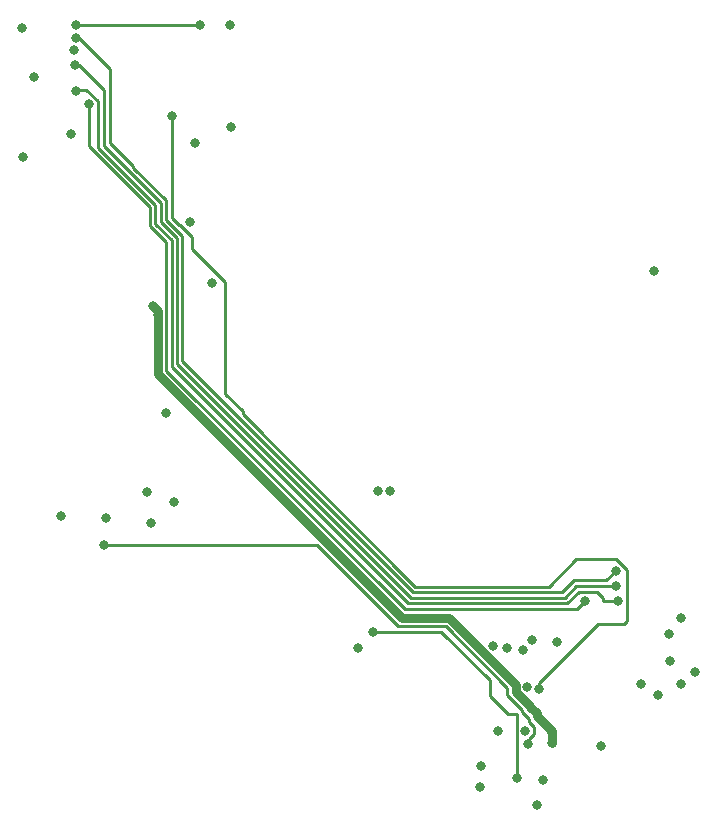
<source format=gbr>
G04 #@! TF.GenerationSoftware,KiCad,Pcbnew,8.0.8+dfsg-1*
G04 #@! TF.CreationDate,2025-03-16T16:51:26-04:00*
G04 #@! TF.ProjectId,RUST_Daughterboard,52555354-5f44-4617-9567-68746572626f,rev?*
G04 #@! TF.SameCoordinates,Original*
G04 #@! TF.FileFunction,Copper,L2,Inr*
G04 #@! TF.FilePolarity,Positive*
%FSLAX46Y46*%
G04 Gerber Fmt 4.6, Leading zero omitted, Abs format (unit mm)*
G04 Created by KiCad (PCBNEW 8.0.8+dfsg-1) date 2025-03-16 16:51:26*
%MOMM*%
%LPD*%
G01*
G04 APERTURE LIST*
G04 #@! TA.AperFunction,ViaPad*
%ADD10C,0.800000*%
G04 #@! TD*
G04 #@! TA.AperFunction,Conductor*
%ADD11C,0.250000*%
G04 #@! TD*
G04 #@! TA.AperFunction,Conductor*
%ADD12C,0.750000*%
G04 #@! TD*
G04 APERTURE END LIST*
D10*
X159132660Y-135507340D03*
X124723699Y-73134294D03*
X133200000Y-111400000D03*
X120300000Y-71300000D03*
X134512299Y-87737701D03*
X176100000Y-126800000D03*
X132500000Y-103900000D03*
X165600000Y-123300000D03*
X148800000Y-123800000D03*
X160600000Y-130800000D03*
X172700000Y-126800000D03*
X130900000Y-110600000D03*
X127400000Y-112800000D03*
X123600000Y-112600000D03*
X150500000Y-110500000D03*
X151500000Y-110500000D03*
X120396006Y-82200000D03*
X174149991Y-127749991D03*
X162924500Y-130769253D03*
X161400000Y-123800000D03*
X175200000Y-124900000D03*
X163100633Y-127097547D03*
X160200000Y-123600000D03*
X177300000Y-125800000D03*
X136400000Y-92900000D03*
X138000000Y-79700000D03*
X121300000Y-75400000D03*
X169300000Y-132100000D03*
X159200000Y-133800000D03*
X137900000Y-71000000D03*
X170650000Y-118550000D03*
X124800000Y-74400000D03*
X124909034Y-72152125D03*
X170600000Y-117250000D03*
X133000000Y-78750000D03*
X164083366Y-127279866D03*
X124900000Y-76600000D03*
X170800000Y-119750000D03*
X126000000Y-77750000D03*
X168000000Y-119800000D03*
X163500000Y-123100000D03*
X176100000Y-121200000D03*
X164400000Y-134974990D03*
X127275000Y-115050000D03*
X163200000Y-131900000D03*
X163900000Y-137025010D03*
X131200000Y-113200000D03*
X150000000Y-122400000D03*
X162200000Y-134800000D03*
X165201292Y-131775010D03*
X131400000Y-94800000D03*
X131826000Y-95600000D03*
X165201292Y-131001292D03*
X173850000Y-91850000D03*
X162775000Y-123900000D03*
X175124500Y-122600000D03*
X135400000Y-71000000D03*
X124900000Y-71000000D03*
X124500000Y-80250000D03*
X135000000Y-81000000D03*
D11*
X133449551Y-99699551D02*
X153250000Y-119500000D01*
X127250000Y-81260718D02*
X132050480Y-86061198D01*
X127250000Y-76500000D02*
X127250000Y-81260718D01*
X124800000Y-74400000D02*
X125150000Y-74400000D01*
X132050480Y-87686198D02*
X133449551Y-89085271D01*
X133449551Y-89085271D02*
X133449551Y-99699551D01*
X167200000Y-118550000D02*
X170650000Y-118550000D01*
X153250000Y-119500000D02*
X166250000Y-119500000D01*
X132050480Y-86061198D02*
X132050480Y-87686198D01*
X166250000Y-119500000D02*
X167200000Y-118550000D01*
X125150000Y-74400000D02*
X127250000Y-76500000D01*
X169799520Y-118050480D02*
X170600000Y-117250000D01*
X166063803Y-119050480D02*
X167063803Y-118050480D01*
X132500000Y-85875000D02*
X132500000Y-87500000D01*
X125152125Y-72152125D02*
X127750000Y-74750000D01*
X129750000Y-83000000D02*
X129750000Y-83125000D01*
X129750000Y-83125000D02*
X132500000Y-85875000D01*
X124909034Y-72152125D02*
X125152125Y-72152125D01*
X127750000Y-74750000D02*
X127750000Y-81000000D01*
X153436198Y-119050480D02*
X166063803Y-119050480D01*
X127750000Y-81000000D02*
X129750000Y-83000000D01*
X133899071Y-88899071D02*
X133899071Y-99513353D01*
X132500000Y-87500000D02*
X133899071Y-88899071D01*
X133899071Y-99513353D02*
X153436198Y-119050480D01*
X167063803Y-118050480D02*
X169799520Y-118050480D01*
X164083366Y-126716634D02*
X164083366Y-127279866D01*
X139000000Y-103728564D02*
X139000000Y-103978564D01*
X167250000Y-116250000D02*
X170624614Y-116250000D01*
X134750000Y-89000000D02*
X134750000Y-90000000D01*
X153622396Y-118600960D02*
X164899040Y-118600960D01*
X133567859Y-87932141D02*
X133682141Y-87932141D01*
X139000000Y-103978564D02*
X153622396Y-118600960D01*
X171250000Y-121750000D02*
X169050000Y-121750000D01*
X133682141Y-87932141D02*
X134750000Y-89000000D01*
X133000000Y-87364282D02*
X133567859Y-87932141D01*
X133000000Y-78750000D02*
X133000000Y-87364282D01*
X169050000Y-121750000D02*
X164083366Y-126716634D01*
X171524511Y-117149897D02*
X171524511Y-121475489D01*
X164899040Y-118600960D02*
X167250000Y-116250000D01*
X134750000Y-90000000D02*
X137500000Y-92750000D01*
X137500000Y-102228564D02*
X139000000Y-103728564D01*
X170624614Y-116250000D02*
X171524511Y-117149897D01*
X137500000Y-92750000D02*
X137500000Y-102228564D01*
X171524511Y-121475489D02*
X171250000Y-121750000D01*
X169500000Y-119500000D02*
X169500000Y-119750000D01*
X133000031Y-95113700D02*
X133000031Y-100000031D01*
X133000031Y-100000031D02*
X153000000Y-120000000D01*
X169000000Y-119000000D02*
X169500000Y-119500000D01*
X126750000Y-77475386D02*
X126750000Y-81396436D01*
X125000000Y-76500000D02*
X125774614Y-76500000D01*
X131600960Y-86247396D02*
X131600960Y-87872396D01*
X125774614Y-76500000D02*
X126750000Y-77475386D01*
X132975039Y-89246476D02*
X132975039Y-95088707D01*
X124900000Y-76600000D02*
X125000000Y-76500000D01*
X167500000Y-119000000D02*
X169000000Y-119000000D01*
X132975039Y-95088707D02*
X133000031Y-95113700D01*
X131600960Y-87872396D02*
X132975039Y-89246476D01*
X169500000Y-119750000D02*
X170800000Y-119750000D01*
X153000000Y-120000000D02*
X166500000Y-120000000D01*
X166500000Y-120000000D02*
X167500000Y-119000000D01*
X126750000Y-81396436D02*
X131600960Y-86247396D01*
X132550511Y-95299897D02*
X132550511Y-100298454D01*
X167300000Y-120500000D02*
X168000000Y-119800000D01*
X132525519Y-89432673D02*
X132525519Y-95274905D01*
X131151440Y-88058594D02*
X132525519Y-89432673D01*
X152752057Y-120500000D02*
X167300000Y-120500000D01*
X132550511Y-100298454D02*
X152752057Y-120500000D01*
X131151440Y-86433594D02*
X131151440Y-88058594D01*
X132525519Y-95274905D02*
X132550511Y-95299897D01*
X126000000Y-77750000D02*
X126000000Y-81282154D01*
X126000000Y-81282154D02*
X131151440Y-86433594D01*
X162649501Y-129213811D02*
X163224598Y-129788908D01*
X127275000Y-115050000D02*
X145285690Y-115050000D01*
X161415001Y-127187268D02*
X161415001Y-127779311D01*
X163649000Y-131069351D02*
X163242933Y-131475418D01*
X163224598Y-129788908D02*
X163224598Y-130044753D01*
X152186189Y-121950499D02*
X156178232Y-121950499D01*
X162649501Y-129013811D02*
X162649501Y-129213811D01*
X163242933Y-131857067D02*
X163200000Y-131900000D01*
X156178232Y-121950499D02*
X161415001Y-127187268D01*
X163649000Y-130469155D02*
X163649000Y-131069351D01*
X163224598Y-130044753D02*
X163649000Y-130469155D01*
X145285690Y-115050000D02*
X152186189Y-121950499D01*
X161415001Y-127779311D02*
X162649501Y-129013811D01*
X163242933Y-131475418D02*
X163242933Y-131857067D01*
X155800000Y-122400000D02*
X150000000Y-122400000D01*
X162200000Y-129400000D02*
X161492267Y-129400000D01*
X159904999Y-127812732D02*
X159904999Y-126504999D01*
X159904999Y-126504999D02*
X155800000Y-122400000D01*
X161492267Y-129400000D02*
X159904999Y-127812732D01*
X162200000Y-134800000D02*
X162200000Y-129400000D01*
D12*
X131826000Y-100563213D02*
X131826000Y-95600000D01*
X162114503Y-127489569D02*
X162114502Y-126897525D01*
X163899501Y-129474567D02*
X163899501Y-129310257D01*
X131400000Y-94800000D02*
X131826000Y-95226000D01*
X163924099Y-129534855D02*
X163924099Y-129499165D01*
X165201292Y-130812048D02*
X163924099Y-129534855D01*
X163899501Y-129310257D02*
X163349002Y-128759758D01*
X163349002Y-128759758D02*
X163349002Y-128724068D01*
X131826000Y-95226000D02*
X131826000Y-95600000D01*
X165201292Y-131001292D02*
X165201292Y-130812048D01*
X165201292Y-131775010D02*
X165201292Y-131001292D01*
X163349002Y-128724068D02*
X162114503Y-127489569D01*
X156467975Y-121250998D02*
X152513785Y-121250998D01*
X152513785Y-121250998D02*
X131826000Y-100563213D01*
X163924099Y-129499165D02*
X163899501Y-129474567D01*
X162114502Y-126897525D02*
X156467975Y-121250998D01*
D11*
X124900000Y-71000000D02*
X135400000Y-71000000D01*
M02*

</source>
